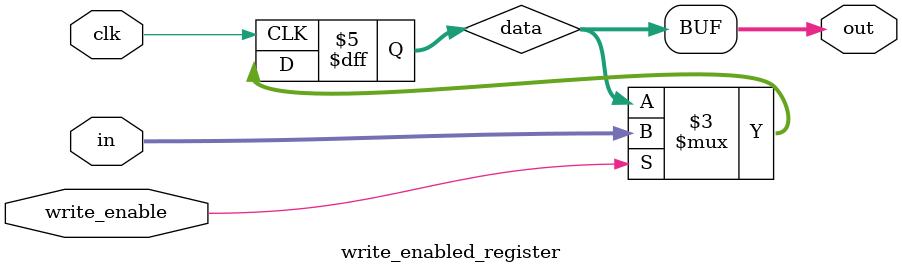
<source format=v>
/*******************************
* File: Write-Enabled Register *
* Project: Permission Read     *
* Author: Spencer Voiss        *
* Date: 18 October 2017        *
*******************************/

module write_enabled_register(clk,write_enable,in,out);

	parameter width = 8;
	
	input clk, write_enable;
	input [width-1:0] in;
	output [width-1:0] out;
	reg [width-1:0] data;
	
	assign out=data;

	always@(posedge clk)
	begin
		if (write_enable) data=in;
	end
endmodule

</source>
